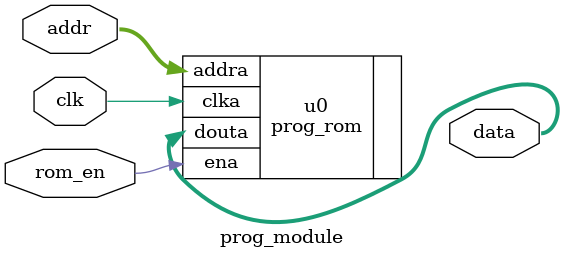
<source format=v>
module prog_module(clk, rom_en, addr, data);
    input clk, rom_en;
    input [7:0] addr;
    output [7:0] data;
    
    prog_rom u0 (.clka(clk), .ena(rom_en), .addra(addr), .douta(data));
    
endmodule

</source>
